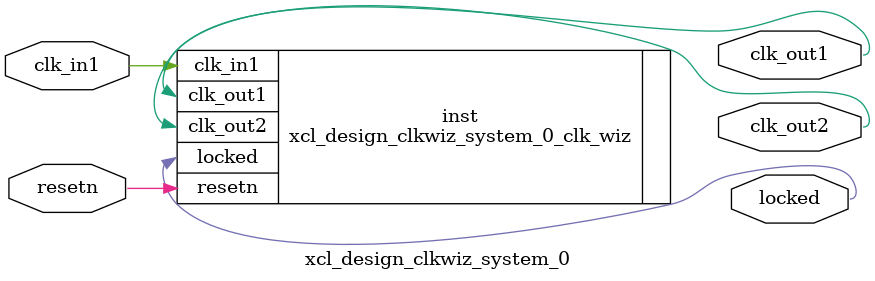
<source format=v>


`timescale 1ps/1ps

(* CORE_GENERATION_INFO = "xcl_design_clkwiz_system_0,clk_wiz_v5_3_2_0,{component_name=xcl_design_clkwiz_system_0,use_phase_alignment=true,use_min_o_jitter=false,use_max_i_jitter=false,use_dyn_phase_shift=false,use_inclk_switchover=false,use_dyn_reconfig=false,enable_axi=0,feedback_source=FDBK_AUTO,PRIMITIVE=MMCM,num_out_clk=2,clkin1_period=10.0,clkin2_period=10.0,use_power_down=false,use_reset=true,use_locked=true,use_inclk_stopped=false,feedback_type=SINGLE,CLOCK_MGR_TYPE=NA,manual_override=false}" *)

module xcl_design_clkwiz_system_0 
 (
  // Clock out ports
  output        clk_out1,
  output        clk_out2,
  // Status and control signals
  input         resetn,
  output        locked,
 // Clock in ports
  input         clk_in1
 );

  xcl_design_clkwiz_system_0_clk_wiz inst
  (
  // Clock out ports  
  .clk_out1(clk_out1),
  .clk_out2(clk_out2),
  // Status and control signals               
  .resetn(resetn), 
  .locked(locked),
 // Clock in ports
  .clk_in1(clk_in1)
  );

endmodule

</source>
